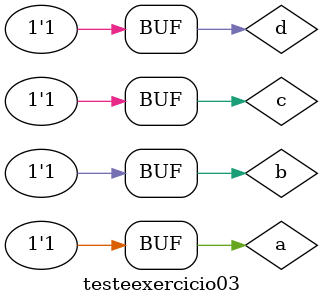
<source format=v>


module exercicio04 (s,a,b,c,d);
input a,b,c,d;
output s;
wire q1,q2,q3,q4,q5,q6;
nand NAND5 (q1,a,a);
nand NAND6 (q2,b,b);
nand NAND7 (q3,d,d);
nand NAND1 (q4,q1,c);
nand NAND2 (q5,q2,c);
nand NAND3 (q6,a,b,q3);
nand NAND4 (s,q4,q5,q6);
endmodule //exercicio04

module testeexercicio03;
reg a,b,c,d;
wire s;
exercicio03 EX3 (s,a,b,c,d);
initial begin: start
a=0; b=0; c=0; d=0;
end
initial begin: main
$display("Jessica Daniela - 407450");
$display("Exercicio 03");
$display("\n | a | b | c | d | = | s |\n");
$monitor(" | %b | %b | %b | %b | = | %b |",a,b,c,d,s);
#1 a=0; b=0; c=0; d=1;
#1 a=0; b=0; c=1; d=0;
#1 a=0; b=0; c=1; d=1;
#1 a=0; b=1; c=0; d=0;
#1 a=0; b=1; c=0; d=1;
#1 a=0; b=1; c=1; d=0;
#1 a=0; b=1; c=1; d=1;
#1 a=1; b=0; c=0; d=0;
#1 a=1; b=0; c=0; d=1;
#1 a=1; b=0; c=1; d=0;
#1 a=1; b=0; c=1; d=1;
#1 a=1; b=1; c=0; d=0;
#1 a=1; b=1; c=0; d=1;
#1 a=1; b=1; c=1; d=0;
#1 a=1; b=1; c=1; d=1;
end
endmodule //testeexercicio03

</source>
